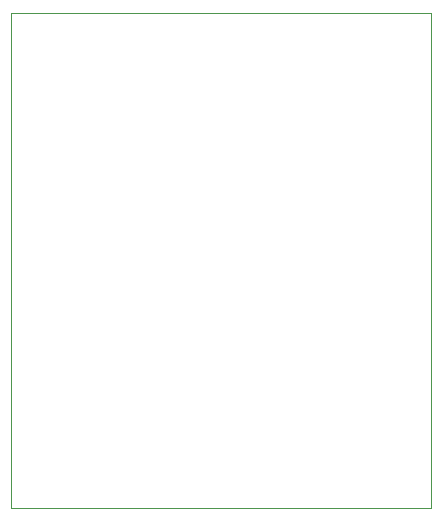
<source format=gbr>
%TF.GenerationSoftware,KiCad,Pcbnew,(6.0.4-0)*%
%TF.CreationDate,2022-08-06T12:57:23-04:00*%
%TF.ProjectId,QuarkCncStepperDrivers,51756172-6b43-46e6-9353-746570706572,rev?*%
%TF.SameCoordinates,Original*%
%TF.FileFunction,Profile,NP*%
%FSLAX46Y46*%
G04 Gerber Fmt 4.6, Leading zero omitted, Abs format (unit mm)*
G04 Created by KiCad (PCBNEW (6.0.4-0)) date 2022-08-06 12:57:23*
%MOMM*%
%LPD*%
G01*
G04 APERTURE LIST*
%TA.AperFunction,Profile*%
%ADD10C,0.100000*%
%TD*%
G04 APERTURE END LIST*
D10*
X100330000Y-103505000D02*
X135890000Y-103505000D01*
X135890000Y-103505000D02*
X135890000Y-145415000D01*
X135890000Y-145415000D02*
X100330000Y-145415000D01*
X100330000Y-145415000D02*
X100330000Y-103505000D01*
M02*

</source>
